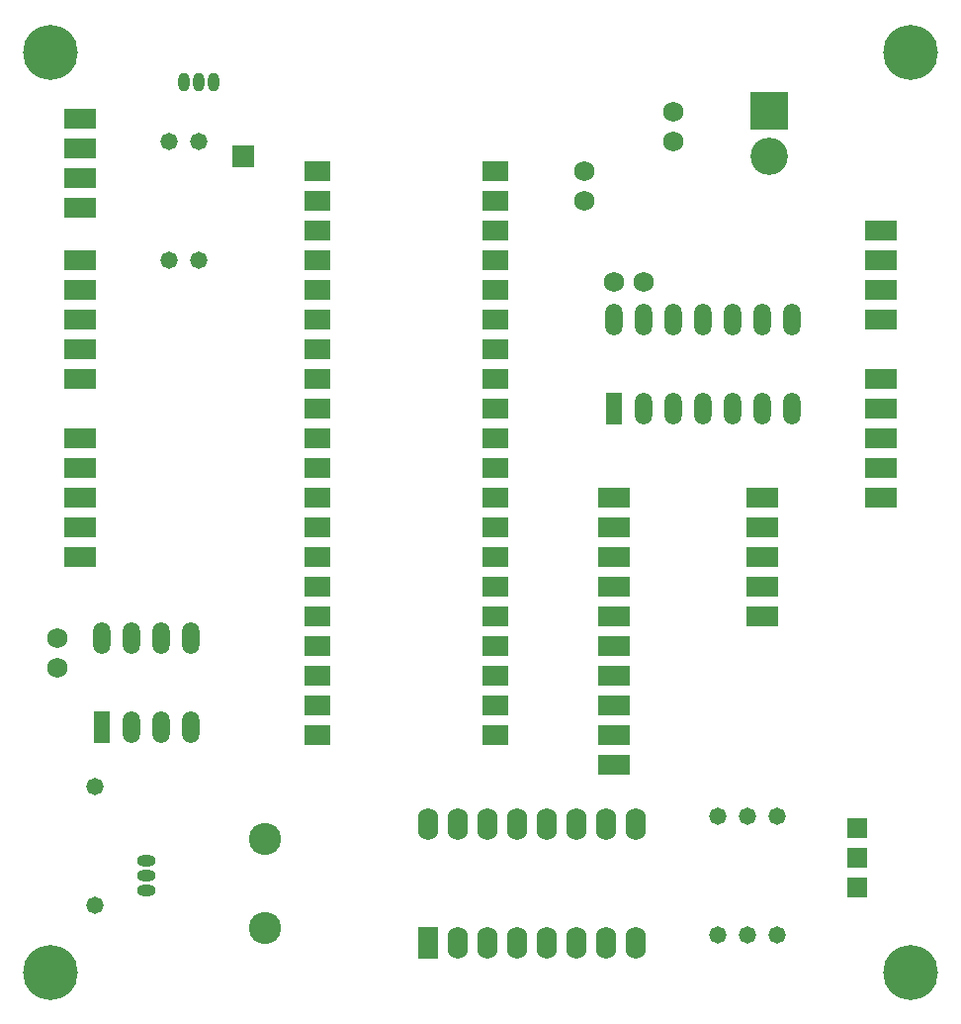
<source format=gts>
G04 Layer_Color=8388736*
%FSLAX25Y25*%
%MOIN*%
G70*
G01*
G75*
%ADD32C,0.18517*%
%ADD33C,0.10800*%
%ADD34R,0.10642X0.07099*%
%ADD35C,0.06800*%
%ADD36R,0.05800X0.10800*%
%ADD37O,0.05800X0.10800*%
%ADD38R,0.08800X0.06800*%
%ADD39O,0.06300X0.03800*%
%ADD40C,0.05800*%
%ADD41O,0.06800X0.10800*%
%ADD42R,0.06800X0.10800*%
%ADD43R,0.12611X0.12611*%
%ADD44C,0.12611*%
%ADD45R,0.06800X0.06800*%
%ADD46R,0.07800X0.07800*%
%ADD47O,0.03800X0.06300*%
D32*
X160000Y460000D02*
D03*
Y150000D02*
D03*
X450000D02*
D03*
Y460000D02*
D03*
D33*
X232500Y194921D02*
D03*
Y165000D02*
D03*
D34*
X440000Y310000D02*
D03*
Y320000D02*
D03*
Y330000D02*
D03*
Y340000D02*
D03*
Y350000D02*
D03*
X170000D02*
D03*
Y360000D02*
D03*
Y370000D02*
D03*
Y380000D02*
D03*
Y390000D02*
D03*
X400000Y270000D02*
D03*
Y280000D02*
D03*
Y290000D02*
D03*
Y300000D02*
D03*
Y310000D02*
D03*
X170000Y290000D02*
D03*
Y300000D02*
D03*
Y310000D02*
D03*
Y320000D02*
D03*
Y330000D02*
D03*
Y407500D02*
D03*
Y417500D02*
D03*
Y427500D02*
D03*
Y437500D02*
D03*
X440000Y370000D02*
D03*
Y380000D02*
D03*
Y390000D02*
D03*
Y400000D02*
D03*
X350000Y230000D02*
D03*
Y240000D02*
D03*
Y250000D02*
D03*
Y220000D02*
D03*
Y270000D02*
D03*
Y280000D02*
D03*
Y290000D02*
D03*
Y300000D02*
D03*
Y310000D02*
D03*
Y260000D02*
D03*
D35*
X370000Y430000D02*
D03*
Y440000D02*
D03*
X340000Y420000D02*
D03*
Y410000D02*
D03*
X360000Y382500D02*
D03*
X350000D02*
D03*
X162500Y252500D02*
D03*
Y262500D02*
D03*
D36*
X350000Y340000D02*
D03*
X177500Y232500D02*
D03*
D37*
X360000Y340000D02*
D03*
X370000D02*
D03*
X380000D02*
D03*
X410000D02*
D03*
X400000D02*
D03*
X390000D02*
D03*
X410000Y370000D02*
D03*
X400000D02*
D03*
X390000D02*
D03*
X380000D02*
D03*
X370000D02*
D03*
X360000D02*
D03*
X350000D02*
D03*
X207500Y262500D02*
D03*
X197500D02*
D03*
X187500D02*
D03*
X177500D02*
D03*
X207500Y232500D02*
D03*
X197500D02*
D03*
X187500D02*
D03*
D38*
X310000Y420000D02*
D03*
Y410000D02*
D03*
Y400000D02*
D03*
Y390000D02*
D03*
Y380000D02*
D03*
Y370000D02*
D03*
Y360000D02*
D03*
Y350000D02*
D03*
Y340000D02*
D03*
Y330000D02*
D03*
Y320000D02*
D03*
Y310000D02*
D03*
Y300000D02*
D03*
Y290000D02*
D03*
Y280000D02*
D03*
Y270000D02*
D03*
Y260000D02*
D03*
Y250000D02*
D03*
Y240000D02*
D03*
Y230000D02*
D03*
X250000D02*
D03*
Y240000D02*
D03*
Y250000D02*
D03*
Y260000D02*
D03*
Y270000D02*
D03*
Y280000D02*
D03*
Y290000D02*
D03*
Y300000D02*
D03*
Y310000D02*
D03*
Y320000D02*
D03*
Y330000D02*
D03*
Y340000D02*
D03*
Y350000D02*
D03*
Y360000D02*
D03*
Y370000D02*
D03*
Y380000D02*
D03*
Y390000D02*
D03*
Y400000D02*
D03*
Y410000D02*
D03*
Y420000D02*
D03*
D39*
X192500Y182500D02*
D03*
Y187500D02*
D03*
Y177500D02*
D03*
D40*
X175000Y172500D02*
D03*
Y212500D02*
D03*
X385000Y162500D02*
D03*
Y202500D02*
D03*
X395000Y162500D02*
D03*
Y202500D02*
D03*
X405000Y162500D02*
D03*
Y202500D02*
D03*
X200000Y430000D02*
D03*
Y390000D02*
D03*
X210000Y430000D02*
D03*
Y390000D02*
D03*
D41*
X357500Y200000D02*
D03*
X347500D02*
D03*
X337500D02*
D03*
X327500D02*
D03*
X317500D02*
D03*
X307500D02*
D03*
X297500D02*
D03*
X287500D02*
D03*
X357500Y160000D02*
D03*
X347500D02*
D03*
X337500D02*
D03*
X327500D02*
D03*
X317500D02*
D03*
X307500D02*
D03*
X297500D02*
D03*
D42*
X287500D02*
D03*
D43*
X402500Y440300D02*
D03*
D44*
Y424700D02*
D03*
D45*
X432000Y198500D02*
D03*
Y188500D02*
D03*
Y178500D02*
D03*
D46*
X225000Y425000D02*
D03*
D47*
X210000Y450000D02*
D03*
X215000D02*
D03*
X205000D02*
D03*
M02*

</source>
